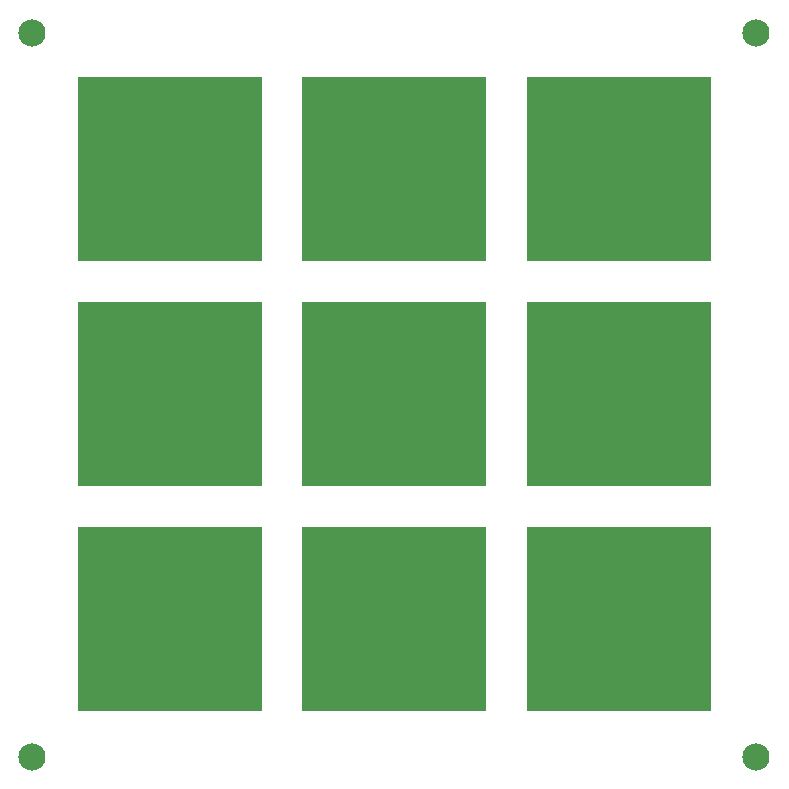
<source format=gbr>
%TF.GenerationSoftware,Altium Limited,Altium Designer,20.1.12 (249)*%
G04 Layer_Color=8388736*
%FSLAX26Y26*%
%MOIN*%
%TF.SameCoordinates,ED1CB289-3ACA-407E-AFEC-9D8622C581BC*%
%TF.FilePolarity,Negative*%
%TF.FileFunction,Soldermask,Top*%
%TF.Part,Single*%
G01*
G75*
%TA.AperFunction,ViaPad*%
%ADD12R,0.618236X0.618236*%
%ADD13C,0.090677*%
D12*
X1383465Y2135236D02*
D03*
X634252D02*
D03*
X2132638D02*
D03*
Y1386024D02*
D03*
Y636811D02*
D03*
X634252Y1386024D02*
D03*
X1383465D02*
D03*
Y636811D02*
D03*
X634252D02*
D03*
D13*
X2589921Y177165D02*
D03*
Y2590551D02*
D03*
D03*
D03*
X176536Y177165D02*
D03*
Y2590551D02*
D03*
%TF.MD5,40b63767276c0fb79a0f988eac4e86ba*%
M02*

</source>
